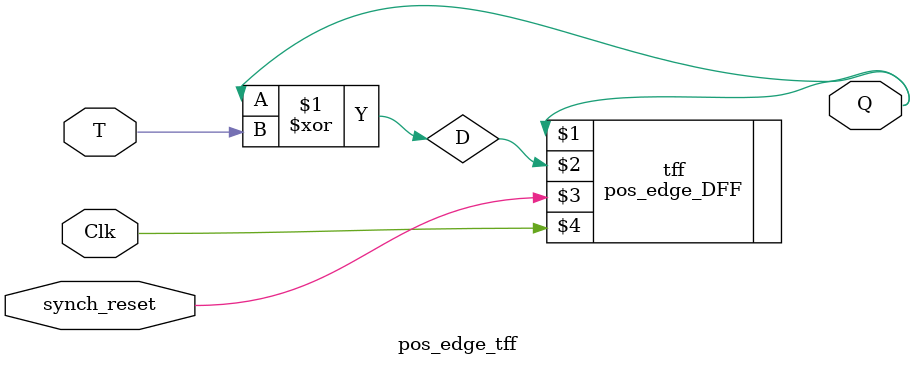
<source format=v>
`timescale 1ns / 1ps


module pos_edge_tff(Q, T, synch_reset, Clk);

    output Q;
    input T, Clk;
    input synch_reset;
    //reg Q;
    
    wire D;
    
    //assign w1 = T ^ w2; 
    assign D = Q ^ T; 
    pos_edge_DFF tff(Q, D, synch_reset, Clk);
    //assign Q = w2;
    
endmodule

</source>
